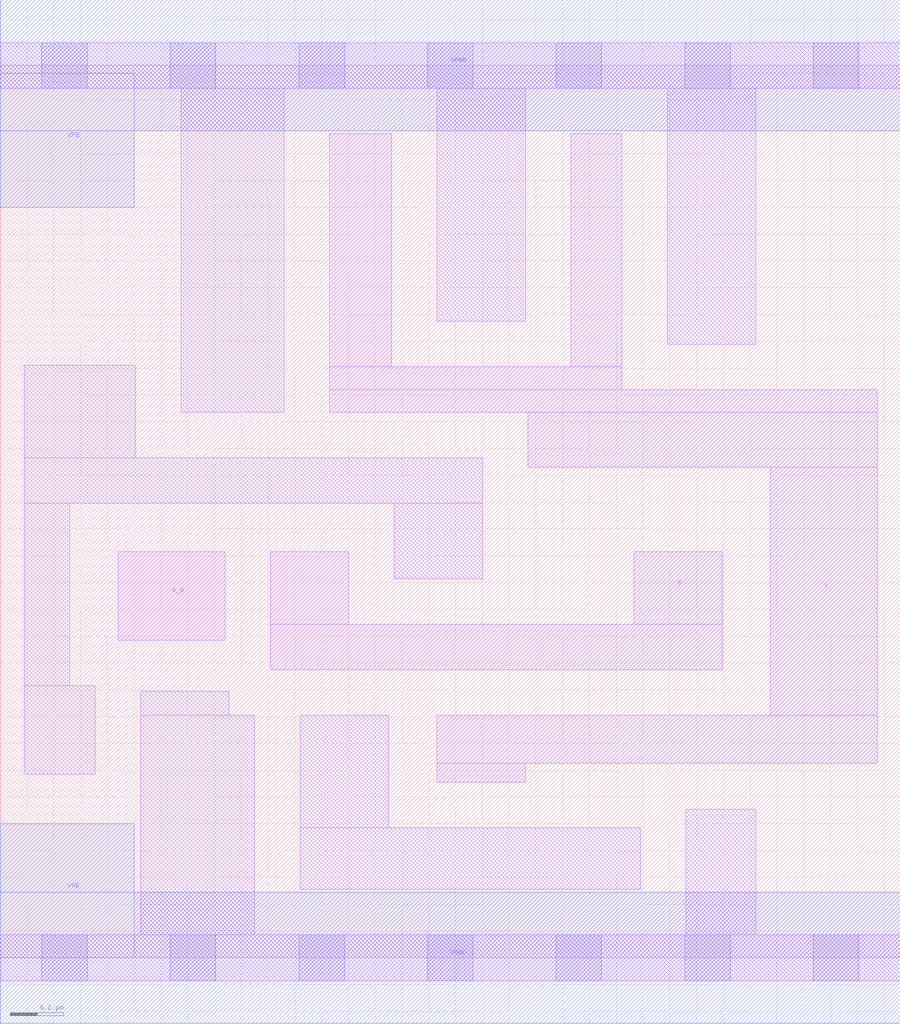
<source format=lef>
# Copyright 2020 The SkyWater PDK Authors
#
# Licensed under the Apache License, Version 2.0 (the "License");
# you may not use this file except in compliance with the License.
# You may obtain a copy of the License at
#
#     https://www.apache.org/licenses/LICENSE-2.0
#
# Unless required by applicable law or agreed to in writing, software
# distributed under the License is distributed on an "AS IS" BASIS,
# WITHOUT WARRANTIES OR CONDITIONS OF ANY KIND, either express or implied.
# See the License for the specific language governing permissions and
# limitations under the License.
#
# SPDX-License-Identifier: Apache-2.0

VERSION 5.5 ;
NAMESCASESENSITIVE ON ;
BUSBITCHARS "[]" ;
DIVIDERCHAR "/" ;
MACRO sky130_fd_sc_lp__nand2b_2
  CLASS CORE ;
  SOURCE USER ;
  ORIGIN  0.000000  0.000000 ;
  SIZE  3.360000 BY  3.330000 ;
  SYMMETRY X Y R90 ;
  SITE unit ;
  PIN A_N
    ANTENNAGATEAREA  0.126000 ;
    DIRECTION INPUT ;
    USE SIGNAL ;
    PORT
      LAYER li1 ;
        RECT 0.440000 1.185000 0.840000 1.515000 ;
    END
  END A_N
  PIN B
    ANTENNAGATEAREA  0.630000 ;
    DIRECTION INPUT ;
    USE SIGNAL ;
    PORT
      LAYER li1 ;
        RECT 1.010000 1.075000 2.695000 1.245000 ;
        RECT 1.010000 1.245000 1.300000 1.515000 ;
        RECT 2.365000 1.245000 2.695000 1.515000 ;
    END
  END B
  PIN Y
    ANTENNADIFFAREA  0.970200 ;
    DIRECTION OUTPUT ;
    USE SIGNAL ;
    PORT
      LAYER li1 ;
        RECT 1.230000 2.035000 3.275000 2.120000 ;
        RECT 1.230000 2.120000 2.320000 2.205000 ;
        RECT 1.230000 2.205000 1.460000 3.075000 ;
        RECT 1.630000 0.655000 1.960000 0.725000 ;
        RECT 1.630000 0.725000 3.275000 0.905000 ;
        RECT 1.970000 1.830000 3.275000 2.035000 ;
        RECT 2.130000 2.205000 2.320000 3.075000 ;
        RECT 2.875000 0.905000 3.275000 1.830000 ;
    END
  END Y
  PIN VGND
    DIRECTION INOUT ;
    USE GROUND ;
    PORT
      LAYER met1 ;
        RECT 0.000000 -0.245000 3.360000 0.245000 ;
    END
  END VGND
  PIN VNB
    DIRECTION INOUT ;
    USE GROUND ;
    PORT
      LAYER met1 ;
        RECT 0.000000 0.000000 0.500000 0.500000 ;
    END
  END VNB
  PIN VPB
    DIRECTION INOUT ;
    USE POWER ;
    PORT
      LAYER met1 ;
        RECT 0.000000 2.800000 0.500000 3.300000 ;
    END
  END VPB
  PIN VPWR
    DIRECTION INOUT ;
    USE POWER ;
    PORT
      LAYER met1 ;
        RECT 0.000000 3.085000 3.360000 3.575000 ;
    END
  END VPWR
  OBS
    LAYER li1 ;
      RECT 0.000000 -0.085000 3.360000 0.085000 ;
      RECT 0.000000  3.245000 3.360000 3.415000 ;
      RECT 0.090000  0.685000 0.355000 1.015000 ;
      RECT 0.090000  1.015000 0.260000 1.695000 ;
      RECT 0.090000  1.695000 1.800000 1.865000 ;
      RECT 0.090000  1.865000 0.505000 2.210000 ;
      RECT 0.525000  0.085000 0.950000 0.905000 ;
      RECT 0.525000  0.905000 0.855000 0.995000 ;
      RECT 0.675000  2.035000 1.060000 3.245000 ;
      RECT 1.120000  0.255000 2.390000 0.485000 ;
      RECT 1.120000  0.485000 1.450000 0.905000 ;
      RECT 1.470000  1.415000 1.800000 1.695000 ;
      RECT 1.630000  2.375000 1.960000 3.245000 ;
      RECT 2.490000  2.290000 2.820000 3.245000 ;
      RECT 2.560000  0.085000 2.820000 0.555000 ;
    LAYER mcon ;
      RECT 0.155000 -0.085000 0.325000 0.085000 ;
      RECT 0.155000  3.245000 0.325000 3.415000 ;
      RECT 0.635000 -0.085000 0.805000 0.085000 ;
      RECT 0.635000  3.245000 0.805000 3.415000 ;
      RECT 1.115000 -0.085000 1.285000 0.085000 ;
      RECT 1.115000  3.245000 1.285000 3.415000 ;
      RECT 1.595000 -0.085000 1.765000 0.085000 ;
      RECT 1.595000  3.245000 1.765000 3.415000 ;
      RECT 2.075000 -0.085000 2.245000 0.085000 ;
      RECT 2.075000  3.245000 2.245000 3.415000 ;
      RECT 2.555000 -0.085000 2.725000 0.085000 ;
      RECT 2.555000  3.245000 2.725000 3.415000 ;
      RECT 3.035000 -0.085000 3.205000 0.085000 ;
      RECT 3.035000  3.245000 3.205000 3.415000 ;
  END
END sky130_fd_sc_lp__nand2b_2
END LIBRARY

</source>
